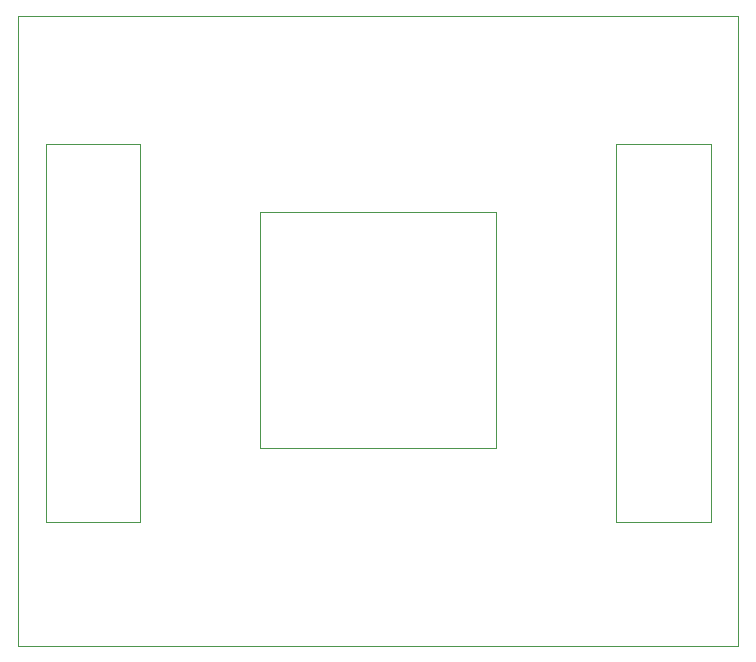
<source format=gbr>
G04 #@! TF.GenerationSoftware,KiCad,Pcbnew,(5.1.2)-2*
G04 #@! TF.CreationDate,2019-08-20T13:38:56-07:00*
G04 #@! TF.ProjectId,pcb_design,7063625f-6465-4736-9967-6e2e6b696361,rev?*
G04 #@! TF.SameCoordinates,Original*
G04 #@! TF.FileFunction,Profile,NP*
%FSLAX46Y46*%
G04 Gerber Fmt 4.6, Leading zero omitted, Abs format (unit mm)*
G04 Created by KiCad (PCBNEW (5.1.2)-2) date 2019-08-20 13:38:56*
%MOMM*%
%LPD*%
G04 APERTURE LIST*
%ADD10C,0.050000*%
G04 APERTURE END LIST*
D10*
X129675000Y-75014999D02*
X149675000Y-75014999D01*
X129675000Y-95014999D02*
X129675000Y-75014999D01*
X149675000Y-95014999D02*
X129675000Y-95014999D01*
X149675000Y-85014999D02*
X149675000Y-95014999D01*
X149675000Y-85014999D02*
X149675000Y-75014999D01*
X111535000Y-95250000D02*
X111535000Y-69250000D01*
X111535000Y-69250000D02*
X119535000Y-69250000D01*
X111535000Y-95250000D02*
X111535000Y-101250000D01*
X119535000Y-101250000D02*
X111535000Y-101250000D01*
X119535000Y-69250000D02*
X119535000Y-101250000D01*
X167860000Y-101250000D02*
X159860000Y-101250000D01*
X167860000Y-69250000D02*
X167860000Y-101250000D01*
X159860000Y-69250000D02*
X167860000Y-69250000D01*
X159860000Y-95250000D02*
X159860000Y-69250000D01*
X159860000Y-95250000D02*
X159860000Y-101250000D01*
X109220000Y-58420000D02*
X109220000Y-59690000D01*
X170180000Y-58420000D02*
X109220000Y-58420000D01*
X170180000Y-111760000D02*
X170180000Y-58420000D01*
X109220000Y-111760000D02*
X170180000Y-111760000D01*
X109220000Y-110490000D02*
X109220000Y-111760000D01*
X109220000Y-59690000D02*
X109220000Y-110490000D01*
M02*

</source>
